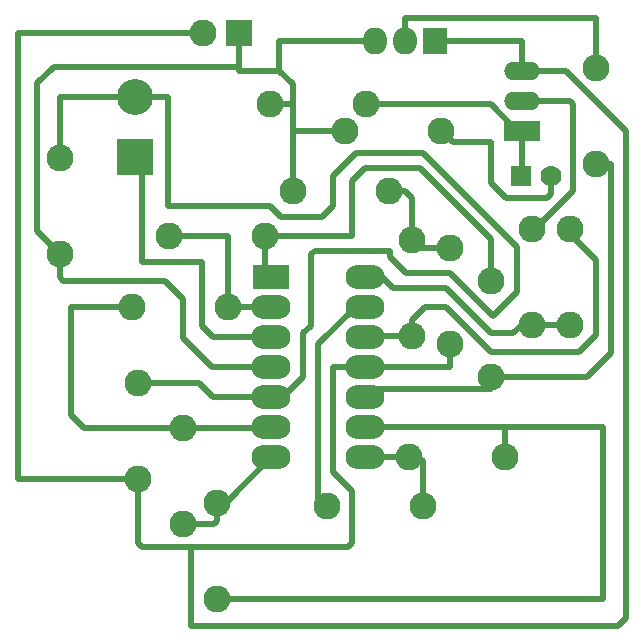
<source format=gbr>
G04 DipTrace 5.0.0.0*
G04 UstundagBottom.gbr*
%MOIN*%
G04 #@! TF.FileFunction,Copper,L2,Bot*
G04 #@! TF.Part,Single*
G04 #@! TA.AperFunction,Conductor*
%ADD13C,0.02*%
G04 #@! TA.AperFunction,ComponentPad*
%ADD14R,0.07X0.07*%
%ADD15C,0.07*%
%ADD16R,0.12X0.12*%
%ADD17C,0.12*%
%ADD18R,0.09X0.09*%
%ADD19C,0.09*%
%ADD20R,0.12X0.07*%
%ADD21O,0.12X0.06*%
%ADD22R,0.08X0.09*%
%ADD23O,0.08X0.09*%
%ADD24R,0.12X0.08*%
%ADD25O,0.13X0.08*%
%FSLAX26Y26*%
G04*
G70*
G90*
G75*
G01*
G04 Bottom*
%LPD*%
X-812499Y-553750D2*
G54D13*
Y-768753D1*
X-800002Y-781250D1*
X-637502D1*
X-112502D1*
X-100002Y-768750D1*
Y-593750D1*
X-162502Y-531250D1*
Y-181250D1*
X-56203D1*
X224998Y-103750D2*
Y-181250D1*
X-56203D1*
X465998Y806250D2*
Y906252D1*
X174997D1*
X465998Y806250D2*
X612498D1*
X812498Y606250D1*
Y-1018750D1*
X787498Y-1043750D1*
X-637502D1*
Y-781250D1*
X-597502Y931249D2*
X-1212502D1*
Y-556250D1*
X-1187502D1*
X-1185002Y-553750D1*
X-812499D1*
X-825000Y518750D2*
X-800002D1*
Y168750D1*
X-600002D1*
Y-43750D1*
X-562502Y-81250D1*
X-368801D1*
X-515002Y18750D2*
X-368801D1*
X-710002Y256250D2*
X-517502D1*
X-515002Y253750D1*
Y18750D1*
X-662507Y-383750D2*
X-371301D1*
X-368801Y-381250D1*
X-835002Y18750D2*
X-1037502D1*
Y-341323D1*
X-995076Y-383750D1*
X-662507D1*
X-550002Y-633750D2*
X-521301D1*
X-368801Y-481250D1*
X-662497Y-703750D2*
X-560002D1*
X-550002Y-693750D1*
Y-633750D1*
X-1075002Y516250D2*
Y718750D1*
X-825004D1*
X-812505Y-233750D2*
X-610002D1*
X-562502Y-281250D1*
X-368801D1*
X-825004Y718750D2*
X-712502D1*
Y356250D1*
X-375002D1*
X-337502Y318750D1*
X-200002D1*
X-162502Y356250D1*
Y456250D1*
X-87502Y531250D1*
X137498D1*
X449998Y218750D1*
Y68750D1*
X368748Y-12500D1*
X224998Y131250D1*
X79924D1*
X24998Y186177D1*
Y206250D1*
X-225002D1*
X-237502Y193750D1*
Y-43750D1*
X-262502Y-68750D1*
Y-213823D1*
X-329929Y-281250D1*
X-368801D1*
X-390002Y256250D2*
Y139951D1*
X-368801Y118750D1*
X362498Y103750D2*
Y243750D1*
X124998Y481250D1*
X-57576D1*
X-100002Y438823D1*
Y256250D1*
X-390002D1*
X712498Y816250D2*
Y981250D1*
X74997D1*
Y906250D1*
X362498Y-216250D2*
Y-256250D1*
X-31203D1*
X-56203Y-281250D1*
X712498Y496250D2*
X762498D1*
Y-136323D1*
X682571Y-216250D1*
X362498D1*
X-550002Y-953750D2*
Y-956250D1*
X737498D1*
Y-381250D1*
X409998D1*
X-56203D1*
X409998Y-481250D2*
Y-381250D1*
X89998Y-481250D2*
X-56203D1*
X134998Y-643750D2*
Y-496250D1*
X119998Y-481250D1*
X89998D1*
X-185002Y-643750D2*
X-212502D1*
Y-106250D1*
X-87502Y18750D1*
X-56203D1*
X224998Y216250D2*
X99998D1*
Y241250D1*
X22498Y406250D2*
X74998D1*
X99998Y381250D1*
Y241250D1*
Y-78750D2*
X-53703D1*
X-56203Y-81250D1*
X624993Y278750D2*
Y261329D1*
X712498Y173823D1*
Y-76323D1*
X657571Y-131250D1*
X362498D1*
X212498Y18750D1*
X142424D1*
X99998Y-23677D1*
Y-78750D1*
X500002Y-41250D2*
X625003D1*
X500002D2*
X464995D1*
X437494Y-68751D1*
X362499D1*
X212498Y81250D1*
X37498D1*
X-2Y118750D1*
X-56203D1*
X465998Y706250D2*
X624998D1*
X637498Y693750D1*
Y406250D1*
X509998Y278750D1*
X499994D1*
X465998Y606250D2*
Y459750D1*
X462498Y456250D1*
X-52502Y693750D2*
X362498D1*
X449998Y606250D1*
X465998D1*
X562498Y456250D2*
Y393750D1*
X549998Y381250D1*
X412498D1*
X362498Y431250D1*
Y568750D1*
X234998D1*
X197498Y606250D1*
X-1075002Y196250D2*
Y118750D1*
X-1062502Y106250D1*
X-725002D1*
X-662502Y43750D1*
Y-86177D1*
X-567429Y-181250D1*
X-368801D1*
X-297502Y406250D2*
Y606250D1*
Y693750D1*
Y761323D1*
X-342429Y806250D1*
X-477502D1*
Y818750D1*
X-1095076D1*
X-1150002Y763823D1*
Y271250D1*
X-1075002Y196250D1*
X-25003Y906248D2*
X-342429D1*
Y806250D1*
X-122502Y606250D2*
X-297502D1*
X-372502Y693750D2*
X-297502D1*
X-477502Y931251D2*
Y818750D1*
G54D14*
X462498Y456250D3*
G54D15*
X562498D3*
G54D16*
X-825000Y518750D3*
G54D17*
X-825004Y718750D3*
G54D18*
X-477502Y931251D3*
G54D19*
X-597502Y931249D3*
G54D20*
X465998Y606250D3*
G54D21*
Y706250D3*
Y806250D3*
G54D19*
X-710002Y256250D3*
X-390002D3*
X-835002Y18750D3*
X-515002D3*
X-662497Y-703750D3*
X-662507Y-383750D3*
X362498Y-216250D3*
Y103750D3*
X-550002Y-953750D3*
Y-633750D3*
X89998Y-481250D3*
X409998D3*
X712498Y816250D3*
Y496250D3*
X-297502Y406250D3*
X22498D3*
X224998Y216250D3*
Y-103750D3*
X99998Y-78750D3*
Y241250D3*
X625003Y-41250D3*
X624993Y278750D3*
X499994D3*
X500002Y-41250D3*
X-122502Y606250D3*
X197498D3*
X-372502Y693750D3*
X-52502D3*
X-185002Y-643750D3*
X134998D3*
X-1075002Y516250D3*
Y196250D3*
X-812499Y-553750D3*
X-812505Y-233750D3*
G54D22*
X174997Y906252D3*
G54D23*
X74997Y906250D3*
X-25003Y906248D3*
G54D24*
X-368801Y118750D3*
G54D25*
Y18750D3*
Y-81250D3*
Y-181250D3*
Y-281250D3*
Y-381250D3*
Y-481250D3*
X-56203D3*
Y-381250D3*
Y-281250D3*
Y-181250D3*
Y-81250D3*
Y18750D3*
Y118750D3*
M02*

</source>
